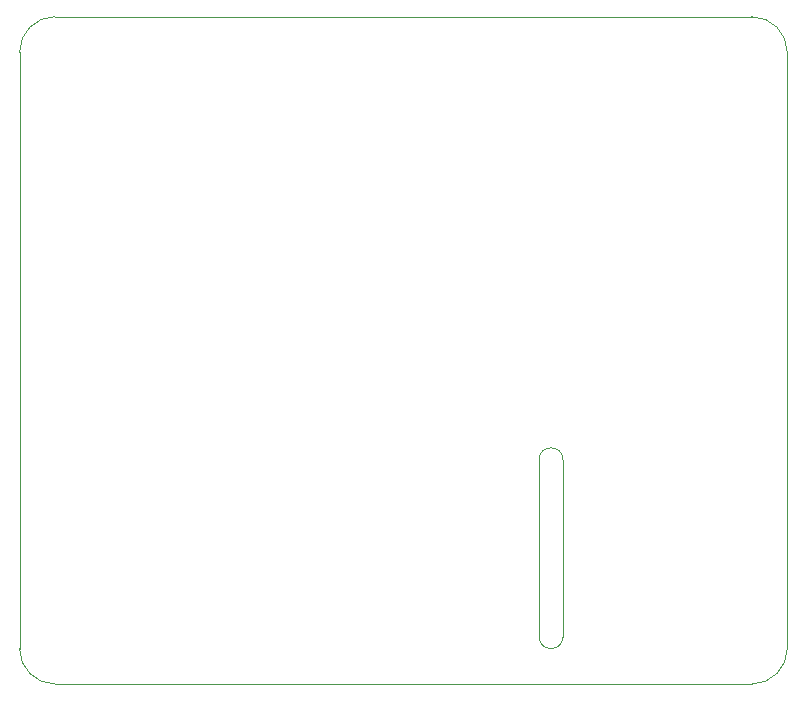
<source format=gbr>
G04 #@! TF.FileFunction,Profile,NP*
%FSLAX46Y46*%
G04 Gerber Fmt 4.6, Leading zero omitted, Abs format (unit mm)*
G04 Created by KiCad (PCBNEW (2016-03-06 BZR 6610)-product) date 2016 August 04, Thursday 19:48:28*
%MOMM*%
G01*
G04 APERTURE LIST*
%ADD10C,0.100000*%
%ADD11C,0.050000*%
G04 APERTURE END LIST*
D10*
D11*
X163500000Y-124250000D02*
X163500000Y-109250000D01*
X161500000Y-124250000D02*
X161500000Y-109250000D01*
X163500000Y-124250000D02*
G75*
G02X161500000Y-124250000I-1000000J0D01*
G01*
X163500000Y-109250000D02*
G75*
G03X161500000Y-109250000I-1000000J0D01*
G01*
X120500000Y-71750000D02*
G75*
G03X117500000Y-74750000I0J-3000000D01*
G01*
X117500000Y-125250000D02*
G75*
G03X120500000Y-128250000I3000000J0D01*
G01*
X182500000Y-125250000D02*
G75*
G02X179500000Y-128250000I-3000000J0D01*
G01*
X182500000Y-74750000D02*
G75*
G03X179500000Y-71750000I-3000000J0D01*
G01*
X117500000Y-74750000D02*
X117500000Y-125250000D01*
X120500000Y-71750000D02*
X179500000Y-71750000D01*
X182500000Y-74750000D02*
X182500000Y-125250000D01*
X120500000Y-128250000D02*
X179500000Y-128250000D01*
M02*

</source>
